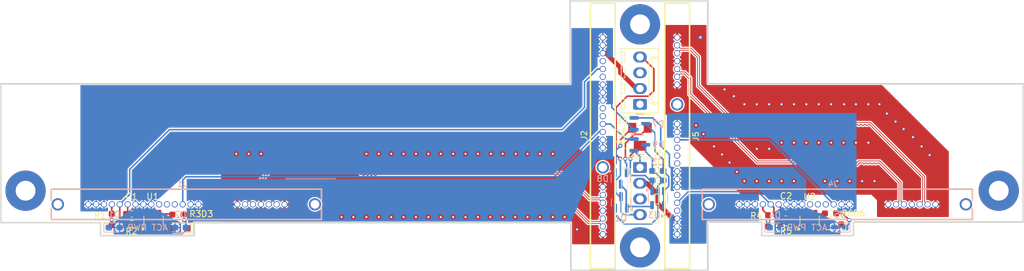
<source format=kicad_pcb>
(kicad_pcb (version 20241229) (generator "pcbnew") (generator_version "9.0")
  (layers (0 "F.Cu" signal "TopLayer") (4 "In1.Cu" jumper "SGND") (6 "In2.Cu" signal "PGND") (2 "B.Cu" signal "BottomLayer") (13 "F.Paste" user "TopPasteMaskLayer") (15 "B.Paste" user "BottomPasteMaskLayer") (5 "F.SilkS" user "TopSilkLayer") (7 "B.SilkS" user "BottomSilkLayer") (1 "F.Mask" user "TopSolderMaskLayer") (3 "B.Mask" user "BottomSolderMaskLayer") (25 "Edge.Cuts" user "BoardOutLine"))
  (net 0 "")
  (net 1 "/Left Drive/RESERVED")
  (net 2 "Net-(D5-K)")
  (net 3 "/Right Drive/RESERVED")
  (net 4 "/Left Drive/GNDS")
  (net 5 "/Left Drive/TX+")
  (net 7 "/Left Drive/+3.3V")
  (net 9 "/Left Drive/+12V")
  (net 10 "/Left Drive/RX+")
  (net 11 "/Left Drive/RX-")
  (net 13 "/Left Drive/+3.3V_PWRDIS")
  (net 14 "/Left Drive/TX-")
  (net 15 "/+5V")
  (net 17 "/Right Drive/+3.3V_PWRDIS")
  (net 18 "/Right Drive/+12V")
  (net 19 "/Right Drive/TX+")
  (net 20 "/Right Drive/GNDS")
  (net 21 "/Right Drive/TX-")
  (net 22 "/Right Drive/+3.3V")
  (net 23 "/Right Drive/RX+")
  (net 25 "Net-(D1-K)")
  (net 27 "/Right Drive/RX-")
  (net 28 "Net-(D2-K)")
  (net 29 "Net-(D4-K)")
  (net 30 "Net-(U1-Y)")
  (net 31 "Net-(U2-Y)")
  (net 36 "/GNDPWR")
  (net 37 "/Left Drive/GNDPWR")
  (net 38 "/Right Drive/GNDPWR")
  (net 39 "Net-(U3-T{slash}T)")
  (net 40 "Net-(D8-K-Pad2)")
  (net 41 "Net-(D8-K-Pad1)")
  (net 42 "Net-(D8-A)")
  (net 43 "/PWM")
  (net 44 "/Right Drive/+5V")
  (net 45 "/Left Drive/+5V")
  (footprint "1U Backplane:M3 Screw Mount Hole" (layer "F.Cu") (at 66 115.75)
    (property "Reference" "Pad_gge6706" (hide yes))
    (property "Value" "M3 Screw Mount Hole" (hide yes))
  )
  (footprint "Diode_SMD:D_SOD-323_HandSoldering" (layer "F.Cu") (at 90.949 121.8 180)
    (property "Reference" "D3")
    (property "Value" "2.0V")
  )
  (footprint "1U Backplane:CONN-TH_SATA7-15-TYPE-A" (layer "F.Cu") (at 159.154 106.9 90)
    (property "Reference" "J2")
    (property "Value" "SATA 7+15 Male" (hide yes))
  )
  (footprint "Resistor_SMD:R_0603_1608Metric_Pad0.98x0.95mm_HandSolder" (layer "F.Cu") (at 188.7365 120.9 180)
    (property "Reference" "R5")
    (property "Value" "16.9k")
  )
  (footprint "Connector_Molex:Molex_KK-254_AE-6410-04A_1x04_P2.54mm_Vertical" (layer "F.Cu") (at 165.154 112 -90)
    (property "Reference" "J6")
    (property "Value" "Molex 470533000")
  )
  (footprint "Connector_Molex:Molex_KK-254_AE-6410-04A_1x04_P2.54mm_Vertical" (layer "F.Cu") (at 165.154 101.8 90)
    (property "Reference" "J3")
    (property "Value" "Molex 470533000")
  )
  (footprint "1U Backplane:M3 Screw Mount Hole" (layer "F.Cu") (at 165.1598 124.9)
    (property "Reference" "Pad_gge8659" (hide yes))
    (property "Value" "M3 Screw Mount Hole" (hide yes))
  )
  (footprint "1U Backplane:M3 Screw Mount Hole" (layer "F.Cu") (at 165.1598 88.9001)
    (property "Reference" "Pad_gge8716" (hide yes))
    (property "Value" "M3 Screw Mount Hole" (hide yes))
  )
  (footprint "Diode_SMD:D_SOD-323_HandSoldering" (layer "F.Cu") (at 196.374 121.2 180)
    (property "Reference" "D6")
    (property "Value" "2.0V")
  )
  (footprint "Resistor_SMD:R_0603_1608Metric_Pad0.98x0.95mm_HandSolder" (layer "F.Cu") (at 79.899 120.3875 90)
    (property "Reference" "R1")
    (property "Value" "150")
  )
  (footprint "Capacitor_SMD:C_0603_1608Metric_Pad1.08x0.95mm_HandSolder" (layer "F.Cu") (at 188.6865 119.3 180)
    (property "Reference" "C2")
    (property "Value" "100n")
  )
  (footprint "1U Backplane:M3 Screw Mount Hole" (layer "F.Cu") (at 223.0497 115.75)
    (property "Reference" "Pad_gge8677" (hide yes))
    (property "Value" "M3 Screw Mount Hole" (hide yes))
  )
  (footprint "Resistor_SMD:R_0603_1608Metric_Pad0.98x0.95mm_HandSolder" (layer "F.Cu") (at 83.1115 121.1 180)
    (property "Reference" "R2")
    (property "Value" "16.9k")
  )
  (footprint "Resistor_SMD:R_0603_1608Metric_Pad0.98x0.95mm_HandSolder" (layer "F.Cu") (at 90.5865 119.6 180)
    (property "Reference" "R3")
    (property "Value" "150")
  )
  (footprint "1U Backplane:CONN-TH_SATA7-15-TYPE-A" (layer "F.Cu") (at 171.154 106.9 -90)
    (property "Reference" "J5")
    (property "Value" "SATA 7+15 Male" (hide yes))
  )
  (footprint "Package_TO_SOT_SMD:SOT-23-5" (layer "F.Cu") (at 86.649 120.6375 90)
    (property "Reference" "U1")
    (property "Value" "SN74LV1T34DBV")
  )
  (footprint "Resistor_SMD:R_0603_1608Metric_Pad0.98x0.95mm_HandSolder" (layer "F.Cu") (at 185.824 120.6125 90)
    (property "Reference" "R4")
    (property "Value" "150")
  )
  (footprint "Potentiometer_SMD:Potentiometer_Bourns_3214W_Vertical" (layer "F.Cu") (at 165.154 107.05)
    (property "Reference" "RV1")
    (property "Value" "1k")
  )
  (footprint "Resistor_SMD:R_0603_1608Metric_Pad0.98x0.95mm_HandSolder" (layer "F.Cu") (at 195.9115 119.4 180)
    (property "Reference" "R6")
    (property "Value" "150")
  )
  (footprint "Capacitor_SMD:C_0603_1608Metric_Pad1.08x0.95mm_HandSolder" (layer "F.Cu") (at 83.1365 119.5 180)
    (property "Reference" "C1")
    (property "Value" "100n")
  )
  (footprint "Package_TO_SOT_SMD:SOT-23-5" (layer "F.Cu") (at 192.524 120.6375 90)
    (property "Reference" "U2")
    (property "Value" "SN74LV1T34DBV")
  )
  (footprint "LED_SMD:LED_0603_1608Metric_Pad1.05x0.95mm_HandSolder" (layer "B.Cu") (at 80.299 121.7)
    (property "Reference" "D1")
    (property "Value" "2.8V")
  )
  (footprint "LED_SMD:LED_0603_1608Metric_Pad1.05x0.95mm_HandSolder" (layer "B.Cu") (at 90.999 121.7 180)
    (property "Reference" "D2")
    (property "Value" "2.8V")
  )
  (footprint "1U Backplane:CONN-TH_SATA7-15-TYPE-B" (layer "B.Cu") (at 91.949 117.95 180)
    (property "Reference" "J1")
    (property "Value" "SATA 7+15 Female" (hide yes))
  )
  (footprint "Capacitor_SMD:C_0603_1608Metric_Pad1.08x0.95mm_HandSolder" (layer "B.Cu") (at 168.049 114.1)
    (property "Reference" "C4")
    (property "Value" "56n")
  )
  (footprint "Capacitor_SMD:C_0603_1608Metric_Pad1.08x0.95mm_HandSolder" (layer "B.Cu") (at 168.024 112.5625 180)
    (property "Reference" "C3")
    (property "Value" "100n")
  )
  (footprint "Package_TO_SOT_SMD:SOT-23-5" (layer "B.Cu") (at 168.049 116.9375 -90)
    (property "Reference" "U3")
    (property "Value" "MIC1557YM5")
  )
  (footprint "Package_TO_SOT_SMD:SOT-23" (layer "B.Cu") (at 162.099 117.6375 90)
    (property "Reference" "Q1")
    (property "Value" "BSS138")
  )
  (footprint "LED_SMD:LED_0603_1608Metric_Pad1.05x0.95mm_HandSolder" (layer "B.Cu") (at 186.949 121.7)
    (property "Reference" "D4")
    (property "Value" "2.8V")
  )
  (footprint "1U Backplane:CONN-TH_SATA7-15-TYPE-B" (layer "B.Cu") (at 196.999 117.95 180)
    (property "Reference" "J4")
    (property "Value" "SATA 7+15 Female" (hide yes))
  )
  (footprint "Package_TO_SOT_SMD:SOT-23" (layer "B.Cu") (at 165.1365 104.95)
    (property "Reference" "D7")
    (property "Value" "SDM40E20LC")
  )
  (footprint "Package_TO_SOT_SMD:SOT-23" (layer "B.Cu") (at 162.049 113.7625 -90)
    (property "Reference" "D8")
    (property "Value" "SDM40E20LS")
  )
  (footprint "Package_TO_SOT_SMD:SOT-23" (layer "B.Cu") (at 165.1365 108.35)
    (property "Reference" "D9")
    (property "Value" "SDM40E20LA")
  )
  (footprint "LED_SMD:LED_0603_1608Metric_Pad1.05x0.95mm_HandSolder" (layer "B.Cu") (at 197.399 121.7 180)
    (property "Reference" "D5")
    (property "Value" "2.8V")
  )
  (gr_poly (pts (xy 61.999 120.9) (xy 61.999 98.5) (xy 153.899 98.5) (xy 153.899 85.1) (xy 176.099 85.1) (xy 176.099 98.5) (xy 226.999 98.5) (xy 226.999 120.8) (xy 199.599 120.8) (xy 199.599 123) (xy 184.799 123) (xy 184.799 120.8) (xy 176.099 120.8) (xy 176.099 128.6) (xy 153.999 128.6) (xy 153.999 120.9) (xy 93.199 120.9) (xy 93.199 123) (xy 78.099 123) (xy 78.099 120.9)) (stroke (width 0.254)) (fill no) (layer "Edge.Cuts"))
  (gr_text "ACT PWR" (at 192.124 121.7 0) (layer "B.SilkS") (effects (font (size 1 1)) (justify mirror)))
  (gr_text "ACT PWR" (at 85.699 121.7 0) (layer "B.SilkS") (effects (font (size 1 1)) (justify mirror)))
  (segment (start 197.624 121.2) (end 196.1315 122.6925) (width 0.2032) (layer "F.Cu") (net 1))
  (segment (start 186.7742 118.475) (end 186.2492 117.95) (width 0.254) (layer "F.Cu") (net 1))
  (segment (start 186.7742 119.8502) (end 186.7742 118.475) (width 0.254) (layer "F.Cu") (net 1))
  (segment (start 189.3165 122.6925) (end 187.574 120.95) (width 0.2032) (layer "F.Cu") (net 1))
  (segment (start 192.524 121.775) (end 192.524 122.6925) (width 0.2032) (layer "F.Cu") (net 1))
  (segment (start 191.918999 122.6925) (end 189.3165 122.6925) (width 0.2032) (layer "F.Cu") (net 1))
  (segment (start 187.824 120.9) (end 186.7742 119.8502) (width 0.254) (layer "F.Cu") (net 1))
  (segment (start 196.1315 122.6925) (end 191.918999 122.6925) (width 0.2032) (layer "F.Cu") (net 1))
  (segment (start 172.954 115.9) (end 171.154 117.7) (width 0.254) (layer "B.Cu") (net 1))
  (segment (start 184.1992 115.9) (end 172.954 115.9) (width 0.254) (layer "B.Cu") (net 1))
  (segment (start 186.2492 117.95) (end 184.1992 115.9) (width 0.254) (layer "B.Cu") (net 1))
  (segment (start 196.824 119.4) (end 197.824 119.4) (width 0.254) (layer "F.Cu") (net 2))
  (segment (start 197.824 119.4) (end 198.924 120.5) (width 0.254) (layer "F.Cu") (net 2))
  (via (at 198.924 120.5) (size 0.6858) (drill 0.3302) (layers "F.Cu" "B.Cu") (net 2))
  (segment (start 198.924 121.05) (end 198.274 121.7) (width 0.254) (layer "B.Cu") (net 2))
  (segment (start 198.924 120.5) (end 198.924 121.05) (width 0.254) (layer "B.Cu") (net 2))
  (segment (start 83.3915 122.6925) (end 86.599 122.6925) (width 0.2032) (layer "F.Cu") (net 3))
  (segment (start 91.3065 122.6925) (end 92.199 121.8) (width 0.2032) (layer "F.Cu") (net 3))
  (segment (start 81.1992 120.1002) (end 82.199 121.1) (width 0.254) (layer "F.Cu") (net 3))
  (segment (start 86.649 121.775) (end 86.649 122.6425) (width 0.2032) (layer "F.Cu") (net 3))
  (segment (start 82.199 121.5) (end 83.3915 122.6925) (width 0.2032) (layer "F.Cu") (net 3))
  (segment (start 82.199 121.1) (end 82.199 121.5) (width 0.254) (layer "F.Cu") (net 3))
  (segment (start 81.1992 117.95) (end 81.1992 120.1002) (width 0.254) (layer "F.Cu") (net 3))
  (segment (start 86.599 122.6925) (end 91.3065 122.6925) (width 0.2032) (layer "F.Cu") (net 3))
  (segment (start 159.154 96.1) (end 158.299 96.1) (width 0.254) (layer "B.Cu") (net 3))
  (segment (start 152.599 105.9) (end 89.219 105.9) (width 0.254) (layer "B.Cu") (net 3))
  (segment (start 82.799 116.3502) (end 81.1992 117.95) (width 0.254) (layer "B.Cu") (net 3))
  (segment (start 89.219 105.9) (end 82.799 112.32) (width 0.254) (layer "B.Cu") (net 3))
  (segment (start 82.799 112.32) (end 82.799 116.3502) (width 0.254) (layer "B.Cu") (net 3))
  (segment (start 156.199 98.2) (end 156.199 102.3) (width 0.254) (layer "B.Cu") (net 3))
  (segment (start 158.299 96.1) (end 156.199 98.2) (width 0.254) (layer "B.Cu") (net 3))
  (segment (start 156.199 102.3) (end 152.599 105.9) (width 0.254) (layer "B.Cu") (net 3))
  (via (at 209.199 107.1) (size 0.45) (drill 0.3) (layers "F.Cu" "B.Cu") (net 4))
  (via (at 174.199 105.2) (size 0.45) (drill 0.3) (layers "F.Cu" "B.Cu") (net 4))
  (via (at 202.999 114.2) (size 0.45) (drill 0.3) (layers "F.Cu" "B.Cu") (net 4))
  (via (at 199.999 101.8) (size 0.45) (drill 0.3) (layers "F.Cu" "B.Cu") (net 4))
  (via (at 185.999 109) (size 0.45) (drill 0.3) (layers "F.Cu" "B.Cu") (net 4))
  (via (at 177.099 108.6) (size 0.45) (drill 0.3) (layers "F.Cu" "B.Cu") (net 4))
  (via (at 211.899 110) (size 0.45) (drill 0.3) (layers "F.Cu" "B.Cu") (net 4))
  (via (at 197.999 108) (size 0.45) (drill 0.3) (layers "F.Cu" "B.Cu") (net 4))
  (via (at 183.999 114.2) (size 0.45) (drill 0.3) (layers "F.Cu" "B.Cu") (net 4))
  (via (at 200.999 114.2) (size 0.45) (drill 0.3) (layers "F.Cu" "B.Cu") (net 4))
  (via (at 199.999 108) (size 0.45) (drill 0.3) (layers "F.Cu" "B.Cu") (net 4))
  (via (at 183.999 101.8) (size 0.45) (drill 0.3) (layers "F.Cu" "B.Cu") (net 4))
  (via (at 179.599 111.2) (size 0.45) (drill 0.3) (layers "F.Cu" "B.Cu") (net 4))
  (via (at 206.399 104.6) (size 0.45) (drill 0.3) (layers "F.Cu" "B.Cu") (net 4))
  (via (at 180.299 100.5) (size 0.45) (drill 0.3) (layers "F.Cu" "B.Cu") (net 4))
  (via (at 181.999 101.8) (size 0.45) (drill 0.3) (layers "F.Cu" "B.Cu") (net 4))
  (via (at 185.999 114.2) (size 0.45) (drill 0.3) (layers "F.Cu" "B.Cu") (net 4))
  (via (at 189.999 101.8) (size 0.45) (drill 0.3) (layers "F.Cu" "B.Cu") (net 4))
  (via (at 187.999 114.2) (size 0.45) (drill 0.3) (layers "F.Cu" "B.Cu") (net 4))
  (via (at 178.799 99.4) (size 0.45) (drill 0.3) (layers "F.Cu" "B.Cu") (net 4))
  (via (at 178.399 109.9) (size 0.45) (drill 0.3) (layers "F.Cu" "B.Cu") (net 4))
  (via (at 195.999 108) (size 0.45) (drill 0.3) (layers "F.Cu" "B.Cu") (net 4))
  (via (at 204.999 103.3) (size 0.45) (drill 0.3) (layers "F.Cu" "B.Cu") (net 4))
  (via (at 196.999 114.2) (size 0.45) (drill 0.3) (layers "F.Cu" "B.Cu") (net 4))
  (via (at 194.999 114.2) (size 0.45) (drill 0.3) (layers "F.Cu" "B.Cu") (net 4))
  (via (at 198.099 101.8) (size 0.45) (drill 0.3) (layers "F.Cu" "B.Cu") (net 4))
  (via (at 180.799 112.7) (size 0.45) (drill 0.3) (layers "F.Cu" "B.Cu") (net 4))
  (via (at 189.999 114.2) (size 0.45) (drill 0.3) (layers "F.Cu" "B.Cu") (net 4))
  (via (at 193.999 101.8) (size 0.45) (drill 0.3) (layers "F.Cu" "B.Cu") (net 4))
  (via (at 185.999 101.8) (size 0.45) (drill 0.3) (layers "F.Cu" "B.Cu") (net 4))
  (via (at 187.999 101.8) (size 0.45) (drill 0.3) (layers "F.Cu" "B.Cu") (net 4))
  (via (at 181.999 114.2) (size 0.45) (drill 0.3) (layers "F.Cu" "B.Cu") (net 4))
  (via (at 198.999 114.2) (size 0.45) (drill 0.3) (layers "F.Cu" "B.Cu") (net 4))
  (via (at 187.999 108) (size 0.45) (drill 0.3) (layers "F.Cu" "B.Cu") (net 4))
  (via (at 174.899 91) (size 0.6858) (drill 0.3302) (layers "F.Cu" "B.Cu") (net 4))
  (via (at 195.999 101.8) (size 0.45) (drill 0.3) (layers "F.Cu" "B.Cu") (net 4))
  (via (at 201.999 108) (size 0.45) (drill 0.3) (layers "F.Cu" "B.Cu") (net 4))
  (via (at 193.999 108) (size 0.45) (drill 0.3) (layers "F.Cu" "B.Cu") (net 4))
  (via (at 191.999 101.8) (size 0.45) (drill 0.3) (layers "F.Cu" "B.Cu") (net 4))
  (via (at 189.999 108) (size 0.45) (drill 0.3) (layers "F.Cu" "B.Cu") (net 4))
  (via (at 203.799 101.8) (size 0.45) (drill 0.3) (layers "F.Cu" "B.Cu") (net 4))
  (via (at 201.999 101.8) (size 0.45) (drill 0.3) (layers "F.Cu" "B.Cu") (net 4))
  (via (at 210.599 108.6) (size 0.45) (drill 0.3) (layers "F.Cu" "B.Cu") (net 4))
  (via (at 191.999 108) (size 0.45) (drill 0.3) (layers "F.Cu" "B.Cu") (net 4))
  (via (at 183.999 109) (size 0.45) (drill 0.3) (layers "F.Cu" "B.Cu") (net 4))
  (via (at 207.699 105.8) (size 0.45) (drill 0.3) (layers "F.Cu" "B.Cu") (net 4))
  (via (at 175.399 106.6) (size 0.45) (drill 0.3) (layers "F.Cu" "B.Cu") (net 4))
  (segment (start 174.75945 94.133538) (end 174.75945 98.733538) (width 0.1209) (layer "F.Cu") (net 5))
  (segment (start 174.75945 98.733538) (end 180.765462 104.73955) (width 0.1209) (layer "F.Cu") (net 5))
  (segment (start 173.390462 92.76455) (end 174.75945 94.133538) (width 0.1209) (layer "F.Cu") (net 5))
  (segment (start 180.765462 104.73955) (end 202.365462 104.73955) (width 0.1209) (layer "F.Cu") (net 5))
  (segment (start 211.08445 117.47545) (end 211.559 117.95) (width 0.1209) (layer "F.Cu") (net 5))
  (segment (start 211.08445 113.458538) (end 211.08445 117.47545) (width 0.1209) (layer "F.Cu") (net 5))
  (segment (start 171.62855 92.76455) (end 173.390462 92.76455) (width 0.1209) (layer "F.Cu") (net 5))
  (segment (start 202.365462 104.73955) (end 211.08445 113.458538) (width 0.1209) (layer "F.Cu") (net 5))
  (segment (start 171.154 92.29) (end 171.62855 92.76455) (width 0.1209) (layer "F.Cu") (net 5))
  (segment (start 170.446894 120.24) (end 171.154 120.24) (width 0.762) (layer "F.Cu") (net 9))
  (segment (start 166.239 114.54) (end 167.899 116.2) (width 0.762) (layer "F.Cu") (net 9))
  (segment (start 165.154 114.54) (end 166.239 114.54) (width 0.762) (layer "F.Cu") (net 9))
  (segment (start 167.899 117.692106) (end 170.446894 120.24) (width 0.762) (layer "F.Cu") (net 9))
  (segment (start 167.899 116.2) (end 167.899 117.692106) (width 0.762) (layer "F.Cu") (net 9))
  (segment (start 206.95355 117.47545) (end 206.95355 114.481462) (width 0.1209) (layer "F.Cu") (net 10))
  (segment (start 198.945785 111.6714) (end 198.447264 111.6714) (width 0.1209) (layer "F.Cu") (net 10))
  (segment (start 201.743334 111.26045) (end 201.583128 111.26045) (width 0.1209) (layer "F.Cu") (net 10))
  (segment (start 193.071775 111.304975) (end 193.02725 111.26045) (width 0.1209) (layer "F.Cu") (net 10))
  (segment (start 199.178875 110.894025) (end 199.178875 111.438311) (width 0.1209) (layer "F.Cu") (net 10))
  (segment (start 194.357375 110.894025) (end 194.31285 110.8495) (width 0.1209) (layer "F.Cu") (net 10))
  (segment (start 194.357375 111.438311) (end 194.357375 110.894025) (width 0.1209) (layer "F.Cu") (net 10))
  (segment (start 200.464475 111.304975) (end 200.464475 111.438311) (width 0.1209) (layer "F.Cu") (net 10))
  (segment (start 199.732864 111.6714) (end 199.499775 111.438311) (width 0.1209) (layer "F.Cu") (net 10))
  (segment (start 193.803385 111.6714) (end 193.304864 111.6714) (width 0.1209) (layer "F.Cu") (net 10))
  (segment (start 197.161664 111.6714) (end 196.928575 111.438311) (width 0.1209) (layer "F.Cu") (net 10))
  (segment (start 199.2234 110.8495) (end 199.178875 110.894025) (width 0.1209) (layer "F.Cu") (net 10))
  (segment (start 195.322075 110.894025) (end 195.322075 111.438311) (width 0.1209) (layer "F.Cu") (net 10))
  (segment (start 197.893275 111.438311) (end 197.660185 111.6714) (width 0.1209) (layer "F.Cu") (net 10))
  (segment (start 194.590464 111.6714) (end 194.357375 111.438311) (width 0.1209) (layer "F.Cu") (net 10))
  (segment (start 202.706034 111.421144) (end 202.545828 111.421144) (width 0.1209) (layer "F.Cu") (net 10))
  (segment (start 203.026934 111.26045) (end 202.866728 111.26045) (width 0.1209) (layer "F.Cu") (net 10))
  (segment (start 201.422434 111.421144) (end 201.262228 111.421144) (width 0.1209) (layer "F.Cu") (net 10))
  (segment (start 198.16965 110.8495) (end 197.9378 110.8495) (width 0.1209) (layer "F.Cu") (net 10))
  (segment (start 197.660185 111.6714) (end 197.161664 111.6714) (width 0.1209) (layer "F.Cu") (net 10))
  (segment (start 199.499775 110.894025) (end 199.45525 110.8495) (width 0.1209) (layer "F.Cu") (net 10))
  (segment (start 198.214175 111.438311) (end 198.214175 110.894025) (width 0.1209) (layer "F.Cu") (net 10))
  (segment (start 202.064234 111.421144) (end 201.904028 111.421144) (width 0.1209) (layer "F.Cu") (net 10))
  (segment (start 203.732538 111.26045) (end 203.508528 111.26045) (width 0.1209) (layer "F.Cu") (net 10))
  (segment (start 196.374585 111.6714) (end 195.876064 111.6714) (width 0.1209) (layer "F.Cu") (net 10))
  (segment (start 195.3666 110.8495) (end 195.322075 110.894025) (width 0.1209) (layer "F.Cu") (net 10))
  (segment (start 206.95355 114.481462) (end 203.732538 111.26045) (width 0.1209) (layer "F.Cu") (net 10))
  (segment (start 193.071775 111.438311) (end 193.071775 111.304975) (width 0.1209) (layer "F.Cu") (net 10))
  (segment (start 202.385134 111.26045) (end 202.224928 111.26045) (width 0.1209) (layer "F.Cu") (net 10))
  (segment (start 194.31285 110.8495) (end 194.081 110.8495) (width 0.1209) (layer "F.Cu") (net 10))
  (segment (start 199.178875 111.438311) (end 198.945785 111.6714) (width 0.1209) (layer "F.Cu") (net 10))
  (segment (start 200.464475 111.438311) (end 200.231385 111.6714) (width 0.1209) (layer "F.Cu") (net 10))
  (segment (start 200.732743 111.26045) (end 200.509 111.26045) (width 0.1209) (layer "F.Cu") (net 10))
  (segment (start 194.081 110.8495) (end 194.036475 110.894025) (width 0.1209) (layer "F.Cu") (net 10))
  (segment (start 197.893275 110.894025) (end 197.893275 111.438311) (width 0.1209) (layer "F.Cu") (net 10))
  (segment (start 201.101534 111.26045) (end 200.732743 111.26045) (width 0.1209) (layer "F.Cu") (net 10))
  (segment (start 192.189 111.26045) (end 184.032538 111.26045) (width 0.1209) (layer "F.Cu") (net 10))
  (segment (start 194.036475 110.894025) (end 194.036475 111.438311) (width 0.1209) (layer "F.Cu") (net 10))
  (segment (start 193.02725 111.26045) (end 192.189 111.26045) (width 0.1209) (layer "F.Cu") (net 10))
  (segment (start 200.231385 111.6714) (end 199.732864 111.6714) (width 0.1209) (layer "F.Cu") (net 10))
  (segment (start 195.088985 111.6714) (end 194.590464 111.6714) (width 0.1209) (layer "F.Cu") (net 10))
  (segment (start 201.583128 111.26045) (end 201.422434 111.421144) (width 0.1209) (layer "F.Cu") (net 10))
  (segment (start 202.224928 111.26045) (end 202.064234 111.421144) (width 0.1209) (layer "F.Cu") (net 10))
  (segment (start 195.59845 110.8495) (end 195.3666 110.8495) (width 0.1209) (layer "F.Cu") (net 10))
  (segment (start 195.642975 110.894025) (end 195.59845 110.8495) (width 0.1209) (layer "F.Cu") (net 10))
  (segment (start 198.214175 110.894025) (end 198.16965 110.8495) (width 0.1209) (layer "F.Cu") (net 10))
  (segment (start 201.262228 111.421144) (end 201.101534 111.26045) (width 0.1209) (layer "F.Cu") (net 10))
  (segment (start 196.928575 111.438311) (end 196.928575 110.894025) (width 0.1209) (layer "F.Cu") (net 10))
  (segment (start 199.499775 111.438311) (end 199.499775 110.894025) (width 0.1209) (layer "F.Cu") (net 10))
  (segment (start 203.508528 111.26045) (end 203.347834 111.421144) (width 0.1209) (layer "F.Cu") (net 10))
  (segment (start 195.642975 111.438311) (end 195.642975 110.894025) (width 0.1209) (layer "F.Cu") (net 10))
  (segment (start 202.545828 111.421144) (end 202.385134 111.26045) (width 0.1209) (layer "F.Cu") (net 10))
  (segment (start 196.928575 110.894025) (end 196.88405 110.8495) (width 0.1209) (layer "F.Cu") (net 10))
  (segment (start 171.62855 96.89545) (end 171.154 97.37) (width 0.1209) (layer "F.Cu") (net 10))
  (segment (start 198.447264 111.6714) (end 198.214175 111.438311) (width 0.1209) (layer "F.Cu") (net 10))
  (segment (start 196.88405 110.8495) (end 196.6522 110.8495) (width 0.1209) (layer "F.Cu") (net 10))
  (segment (start 203.187628 111.421144) (end 203.026934 111.26045) (width 0.1209) (layer "F.Cu") (net 10))
  (segment (start 195.876064 111.6714) (end 195.642975 111.438311) (width 0.1209) (layer "F.Cu") (net 10))
  (segment (start 203.347834 111.421144) (end 203.187628 111.421144) (width 0.1209) (layer "F.Cu") (net 10))
  (segment (start 199.45525 110.8495) (end 199.2234 110.8495) (width 0.1209) (layer "F.Cu") (net 10))
  (segment (start 173.03855 97.63955) (end 172.29445 96.89545) (width 0.1209) (layer "F.Cu") (net 10))
  (segment (start 197.9378 110.8495) (end 197.893275 110.894025) (width 0.1209) (layer "F.Cu") (net 10))
  (segment (start 200.509 111.26045) (end 200.464475 111.304975) (width 0.1209) (layer "F.Cu") (net 10))
  (segment (start 195.322075 111.438311) (end 195.088985 111.6714) (width 0.1209) (layer "F.Cu") (net 10))
  (segment (start 172.29445 96.89545) (end 171.62855 96.89545) (width 0.1209) (layer "F.Cu") (net 10))
  (segment (start 201.904028 111.421144) (end 201.743334 111.26045) (width 0.1209) (layer "F.Cu") (net 10))
  (segment (start 196.607675 110.894025) (end 196.607675 111.438311) (width 0.1209) (layer "F.Cu") (net 10))
  (segment (start 184.032538 111.26045) (end 173.03855 100.266462) (width 0.1209) (layer "F.Cu") (net 10))
  (segment (start 194.036475 111.438311) (end 193.803385 111.6714) (width 0.1209) (layer "F.Cu") (net 10))
  (segment (start 196.607675 111.438311) (end 196.374585 111.6714) (width 0.1209) (layer "F.Cu") (net 10))
  (segment (start 173.03855 100.266462) (end 173.03855 97.63955) (width 0.1209) (layer "F.Cu") (net 10))
  (segment (start 206.479 117.95) (end 206.95355 117.47545) (width 0.1209) (layer "F.Cu") (net 10))
  (segment (start 196.6522 110.8495) (end 196.607675 110.894025) (width 0.1209) (layer "F.Cu") (net 10))
  (segment (start 193.304864 111.6714) (end 193.071775 111.438311) (width 0.1209) (layer "F.Cu") (net 10))
  (segment (start 202.866728 111.26045) (end 202.706034 111.421144) (width 0.1209) (layer "F.Cu") (net 10))
  (segment (start 193.393675 111.304975) (end 193.393675 111.17164) (width 0.1209) (layer "F.Cu") (net 11))
  (segment (start 207.27545 114.348126) (end 204.054438 111.127115) (width 0.1209) (layer "F.Cu") (net 11))
  (segment (start 200.09805 111.3495) (end 199.8662 111.3495) (width 0.1209) (layer "F.Cu") (net 11))
  (segment (start 193.947664 110.5276) (end 193.714575 110.760689) (width 0.1209) (layer "F.Cu") (net 11))
  (segment (start 198.81245 111.3495) (end 198.5806 111.3495) (width 0.1209) (layer "F.Cu") (net 11))
  (segment (start 197.571375 111.304975) (end 197.52685 111.3495) (width 0.1209) (layer "F.Cu") (net 11))
  (segment (start 196.518864 110.5276) (end 196.285775 110.760689) (width 0.1209) (layer "F.Cu") (net 11))
  (segment (start 197.250475 110.760689) (end 197.017385 110.5276) (width 0.1209) (layer "F.Cu") (net 11))
  (segment (start 195.964875 110.760689) (end 195.731785 110.5276) (width 0.1209) (layer "F.Cu") (net 11))
  (segment (start 199.821675 111.304975) (end 199.821675 110.760689) (width 0.1209) (layer "F.Cu") (net 11))
  (segment (start 195.731785 110.5276) (end 195.233264 110.5276) (width 0.1209) (layer "F.Cu") (net 11))
  (segment (start 207.749 117.95) (end 207.27545 117.47645) (width 0.1209) (layer "F.Cu") (net 11))
  (segment (start 192.189 110.93855) (end 184.165874 110.93855) (width 0.1209) (layer "F.Cu") (net 11))
  (segment (start 196.285775 111.304975) (end 196.24125 111.3495) (width 0.1209) (layer "F.Cu") (net 11))
  (segment (start 198.302985 110.5276) (end 197.804464 110.5276) (width 0.1209) (layer "F.Cu") (net 11))
  (segment (start 196.0094 111.3495) (end 195.964875 111.304975) (width 0.1209) (layer "F.Cu") (net 11))
  (segment (start 194.7238 111.3495) (end 194.679275 111.304975) (width 0.1209) (layer "F.Cu") (net 11))
  (segment (start 198.536075 110.760689) (end 198.302985 110.5276) (width 0.1209) (layer "F.Cu") (net 11))
  (segment (start 197.52685 111.3495) (end 197.295 111.3495) (width 0.1209) (layer "F.Cu") (net 11))
  (segment (start 197.295 111.3495) (end 197.250475 111.304975) (width 0.1209) (layer "F.Cu") (net 11))
  (segment (start 194.679275 111.304975) (end 194.679275 110.760689) (width 0.1209) (layer "F.Cu") (net 11))
  (segment (start 173.36045 100.133126) (end 173.36045 97.506214) (width 0.1209) (layer "F.Cu") (net 11))
  (segment (start 196.24125 111.3495) (end 196.0094 111.3495) (width 0.1209) (layer "F.Cu") (net 11))
  (segment (start 197.804464 110.5276) (end 197.571375 110.760689) (width 0.1209) (layer "F.Cu") (net 11))
  (segment (start 199.588585 110.5276) (end 199.090064 110.5276) (width 0.1209) (layer "F.Cu") (net 11))
  (segment (start 207.27545 117.47645) (end 207.27545 114.348126) (width 0.1209) (layer "F.Cu") (net 11))
  (segment (start 200.375664 110.93855) (end 200.142575 111.17164) (width 0.1209) (layer "F.Cu") (net 11))
  (segment (start 197.250475 111.304975) (end 197.250475 110.760689) (width 0.1209) (layer "F.Cu") (net 11))
  (segment (start 193.714575 110.760689) (end 193.714575 111.304975) (width 0.1209) (layer "F.Cu") (net 11))
  (segment (start 197.571375 110.760689) (end 197.571375 111.304975) (width 0.1209) (layer "F.Cu") (net 11))
  (segment (start 194.679275 110.760689) (end 194.446185 110.5276) (width 0.1209) (layer "F.Cu") (net 11))
  (segment (start 173.36045 97.506214) (end 172.61635 96.762115) (width 0.1209) (layer "F.Cu") (net 11))
  (segment (start 193.714575 111.304975) (end 193.67005 111.3495) (width 0.1209) (layer "F.Cu") (net 11))
  (segment (start 204.054438 111.127115) (end 203.865874 110.93855) (width 0.1209) (layer "F.Cu") (net 11))
  (segment (start 200.142575 111.304975) (end 200.09805 111.3495) (width 0.1209) (layer "F.Cu") (net 11))
  (segment (start 196.285775 110.760689) (end 196.285775 111.304975) (width 0.1209) (layer "F.Cu") (net 11))
  (segment (start 172.61635 96.762115) (end 172.427786 96.57355) (width 0.1209) (layer "F.Cu") (net 11))
  (segment (start 198.536075 111.304975) (end 198.536075 110.760689) (width 0.1209) (layer "F.Cu") (net 11))
  (segment (start 193.160585 110.93855) (end 192.189 110.93855) (width 0.1209) (layer "F.Cu") (net 11))
  (segment (start 195.000175 111.304975) (end 194.95565 111.3495) (width 0.1209) (layer "F.Cu") (net 11))
  (segment (start 194.95565 111.3495) (end 194.7238 111.3495) (width 0.1209) (layer "F.Cu") (net 11))
  (segment (start 193.393675 111.17164) (end 193.160585 110.93855) (width 0.1209) (layer "F.Cu") (net 11))
  (segment (start 193.4382 111.3495) (end 193.393675 111.304975) (width 0.1209) (layer "F.Cu") (net 11))
  (segment (start 198.856975 110.760689) (end 198.856975 111.304975) (width 0.1209) (layer "F.Cu") (net 11))
  (segment (start 200.142575 111.17164) (end 200.142575 111.304975) (width 0.1209) (layer "F.Cu") (net 11))
  (segment (start 198.856975 111.304975) (end 198.81245 111.3495) (width 0.1209) (layer "F.Cu") (net 11))
  (segment (start 199.090064 110.5276) (end 198.856975 110.760689) (width 0.1209) (layer "F.Cu") (net 11))
  (segment (start 195.000175 110.760689) (end 195.000175 111.304975) (width 0.1209) (layer "F.Cu") (net 11))
  (segment (start 184.165874 110.93855) (end 173.36045 100.133126) (width 0.1209) (layer "F.Cu") (net 11))
  (segment (start 172.427786 96.57355) (end 171.62755 96.57355) (width 0.1209) (layer "F.Cu") (net 11))
  (segment (start 200.509 110.93855) (end 200.375664 110.93855) (width 0.1209) (layer "F.Cu") (net 11))
  (segment (start 194.446185 110.5276) (end 193.947664 110.5276) (width 0.1209) (layer "F.Cu") (net 11))
  (segment (start 195.233264 110.5276) (end 195.000175 110.760689) (width 0.1209) (layer "F.Cu") (net 11))
  (segment (start 171.62755 96.57355) (end 171.154 96.1) (width 0.1209) (layer "F.Cu") (net 11))
  (segment (start 199.821675 110.760689) (end 199.588585 110.5276) (width 0.1209) (layer "F.Cu") (net 11))
  (segment (start 193.67005 111.3495) (end 193.4382 111.3495) (width 0.1209) (layer "F.Cu") (net 11))
  (segment (start 203.865874 110.93855) (end 200.509 110.93855) (width 0.1209) (layer "F.Cu") (net 11))
  (segment (start 198.5806 111.3495) (end 198.536075 111.304975) (width 0.1209) (layer "F.Cu") (net 11))
  (segment (start 199.8662 111.3495) (end 199.821675 111.304975) (width 0.1209) (layer "F.Cu") (net 11))
  (segment (start 195.964875 111.304975) (end 195.964875 110.760689) (width 0.1209) (layer "F.Cu") (net 11))
  (segment (start 197.017385 110.5276) (end 196.518864 110.5276) (width 0.1209) (layer "F.Cu") (net 11))
  (segment (start 185.9992 107.54) (end 171.154 107.54) (width 0.254) (layer "B.Cu") (net 13))
  (segment (start 196.4092 117.95) (end 185.9992 107.54) (width 0.254) (layer "B.Cu") (net 13))
  (segment (start 200.23404 105.06045) (end 200.0736 105.06045) (width 0.1209) (layer "F.Cu") (net 14))
  (segment (start 210.289 117.95) (end 210.76355 117.47545) (width 0.1209) (layer "F.Cu") (net 14))
  (segment (start 199.59227 105.06045) (end 198.778 105.06045) (width 0.1209) (layer "F.Cu") (net 14))
  (segment (start 200.87584 105.06045) (end 200.7154 105.06045) (width 0.1209) (layer "F.Cu") (net 14))
  (segment (start 210.76355 117.47545) (end 210.76355 113.591462) (width 0.1209) (layer "F.Cu") (net 14))
  (segment (start 201.6781 105.22091) (end 201.51764 105.06045) (width 0.1209) (layer "F.Cu") (net 14))
  (segment (start 198.778 105.06045) (end 180.632538 105.06045) (width 0.1209) (layer "F.Cu") (net 14))
  (segment (start 201.3572 105.06045) (end 201.19674 105.22091) (width 0.1209) (layer "F.Cu") (net 14))
  (segment (start 201.19674 105.22091) (end 201.0363 105.22091) (width 0.1209) (layer "F.Cu") (net 14))
  (segment (start 180.632538 105.06045) (end 174.43855 98.866462) (width 0.1209) (layer "F.Cu") (net 14))
  (segment (start 200.0736 105.06045) (end 199.91317 105.22088) (width 0.1209) (layer "F.Cu") (net 14))
  (segment (start 201.83854 105.22091) (end 201.6781 105.22091) (width 0.1209) (layer "F.Cu") (net 14))
  (segment (start 174.43855 98.866462) (end 174.43855 94.266462) (width 0.1209) (layer "F.Cu") (net 14))
  (segment (start 200.3945 105.22091) (end 200.23404 105.06045) (width 0.1209) (layer "F.Cu") (net 14))
  (segment (start 173.257538 93.08545) (end 171.62855 93.08545) (width 0.1209) (layer "F.Cu") (net 14))
  (segment (start 171.62855 93.08545) (end 171.154 93.56) (width 0.1209) (layer "F.Cu") (net 14))
  (segment (start 174.43855 94.266462) (end 173.257538 93.08545) (width 0.1209) (layer "F.Cu") (net 14))
  (segment (start 199.7527 105.22088) (end 199.59227 105.06045) (width 0.1209) (layer "F.Cu") (net 14))
  (segment (start 199.91317 105.22088) (end 199.7527 105.22088) (width 0.1209) (layer "F.Cu") (net 14))
  (segment (start 210.76355 113.591462) (end 202.232538 105.06045) (width 0.1209) (layer "F.Cu") (net 14))
  (segment (start 201.999 105.06045) (end 201.83854 105.22091) (width 0.1209) (layer "F.Cu") (net 14))
  (segment (start 200.55494 105.22091) (end 200.3945 105.22091) (width 0.1209) (layer "F.Cu") (net 14))
  (segment (start 201.51764 105.06045) (end 201.3572 105.06045) (width 0.1209) (layer "F.Cu") (net 14))
  (segment (start 202.232538 105.06045) (end 201.999 105.06045) (width 0.1209) (layer "F.Cu") (net 14))
  (segment (start 201.0363 105.22091) (end 200.87584 105.06045) (width 0.1209) (layer "F.Cu") (net 14))
  (segment (start 200.7154 105.06045) (end 200.55494 105.22091) (width 0.1209) (layer "F.Cu") (net 14))
  (segment (start 169.799 113.475) (end 169.799 115) (width 0.254) (layer "B.Cu") (net 15))
  (segment (start 166.074 104.95) (end 167.599 106.475) (width 0.254) (layer "B.Cu") (net 15))
  (segment (start 167.599 106.475) (end 167.599 109.4) (width 0.254) (layer "B.Cu") (net 15))
  (segment (start 168.8865 110.6875) (end 168.8865 112.5625) (width 0.254) (layer "B.Cu") (net 15))
  (segment (start 169.799 115) (end 168.999 115.8) (width 0.254) (layer "B.Cu") (net 15))
  (segment (start 167.599 109.4) (end 168.8865 110.6875) (width 0.254) (layer "B.Cu") (net 15))
  (segment (start 168.999 115.8) (end 168.999 118.075) (width 0.254) (layer "B.Cu") (net 15))
  (segment (start 168.8865 112.5625) (end 169.799 113.475) (width 0.254) (layer "B.Cu") (net 15))
  (segment (start 158.539 106.26) (end 159.154 106.26) (width 0.254) (layer "B.Cu") (net 17))
  (segment (start 91.3592 117.95) (end 91.3592 114.0398) (width 0.254) (layer "B.Cu") (net 17))
  (segment (start 151.299 113.5) (end 158.539 106.26) (width 0.254) (layer "B.Cu") (net 17))
  (segment (start 91.899 113.5) (end 151.299 113.5) (width 0.254) (layer "B.Cu") (net 17))
  (segment (start 91.3592 114.0398) (end 91.899 113.5) (width 0.254) (layer "B.Cu") (net 17))
  (segment (start 159.659 93.56) (end 159.154 93.56) (width 0.762) (layer "F.Cu") (net 18))
  (segment (start 161.999 95.9) (end 159.659 93.56) (width 0.762) (layer "F.Cu") (net 18))
  (segment (start 165.154 99.26) (end 164.559 99.26) (width 0.762) (layer "F.Cu") (net 18))
  (segment (start 161.999 96.7) (end 161.999 95.9) (width 0.762) (layer "F.Cu") (net 18))
  (segment (start 164.559 99.26) (end 161.999 96.7) (width 0.762) (layer "F.Cu") (net 18))
  (segment (start 122.705135 117.5314) (end 122.958225 117.27831) (width 0.1209) (layer "F.Cu") (net 19))
  (segment (start 121.929 117.08045) (end 121.993525 117.144975) (width 0.1209) (layer "F.Cu") (net 19))
  (segment (start 120.351154 117.241154) (end 120.511858 117.08045) (width 0.1209) (layer "F.Cu") (net 19))
  (segment (start 106.509 117.95) (end 106.03445 117.47545) (width 0.1209) (layer "F.Cu") (net 19))
  (segment (start 126.815025 117.27831) (end 126.815025 117.144975) (width 0.1209) (layer "F.Cu") (net 19))
  (segment (start 122.958225 117.27831) (end 122.958225 116.694025) (width 0.1209) (layer "F.Cu") (net 19))
  (segment (start 122.958225 116.694025) (end 123.02275 116.6295) (width 0.1209) (layer "F.Cu") (net 19))
  (segment (start 126.87955 117.08045) (end 127.799 117.08045) (width 0.1209) (layer "F.Cu") (net 19))
  (segment (start 125.850325 116.694025) (end 125.850325 117.27831) (width 0.1209) (layer "F.Cu") (net 19))
  (segment (start 123.279125 116.694025) (end 123.279125 117.27831) (width 0.1209) (layer "F.Cu") (net 19))
  (segment (start 125.850325 117.27831) (end 126.103414 117.5314) (width 0.1209) (layer "F.Cu") (net 19))
  (segment (start 119.549158 117.241154) (end 119.709354 117.241154) (width 0.1209) (layer "F.Cu") (net 19))
  (segment (start 123.2146 116.6295) (end 123.279125 116.694025) (width 0.1209) (layer "F.Cu") (net 19))
  (segment (start 123.990735 117.5314) (end 124.243825 117.27831) (width 0.1209) (layer "F.Cu") (net 19))
  (segment (start 119.228258 117.08045) (end 119.388454 117.08045) (width 0.1209) (layer "F.Cu") (net 19))
  (segment (start 120.992954 117.241154) (end 121.153658 117.08045) (width 0.1209) (layer "F.Cu") (net 19))
  (segment (start 120.190958 117.241154) (end 120.351154 117.241154) (width 0.1209) (layer "F.Cu") (net 19))
  (segment (start 122.246614 117.5314) (end 122.705135 117.5314) (width 0.1209) (layer "F.Cu") (net 19))
  (segment (start 119.388454 117.08045) (end 119.549158 117.241154) (width 0.1209) (layer "F.Cu") (net 19))
  (segment (start 119.709354 117.241154) (end 119.870058 117.08045) (width 0.1209) (layer "F.Cu") (net 19))
  (segment (start 120.511858 117.08045) (end 120.672054 117.08045) (width 0.1209) (layer "F.Cu") (net 19))
  (segment (start 121.993525 117.144975) (end 121.993525 117.27831) (width 0.1209) (layer "F.Cu") (net 19))
  (segment (start 126.561935 117.5314) (end 126.815025 117.27831) (width 0.1209) (layer "F.Cu") (net 19))
  (segment (start 125.276335 117.5314) (end 125.529425 117.27831) (width 0.1209) (layer "F.Cu") (net 19))
  (segment (start 123.02275 116.6295) (end 123.2146 116.6295) (width 0.1209) (layer "F.Cu") (net 19))
  (segment (start 126.103414 117.5314) (end 126.561935 117.5314) (width 0.1209) (layer "F.Cu") (net 19))
  (segment (start 119.870058 117.08045) (end 120.030254 117.08045) (width 0.1209) (layer "F.Cu") (net 19))
  (segment (start 125.7858 116.6295) (end 125.850325 116.694025) (width 0.1209) (layer "F.Cu") (net 19))
  (segment (start 124.243825 116.694025) (end 124.30835 116.6295) (width 0.1209) (layer "F.Cu") (net 19))
  (segment (start 156.76445 121.03545) (end 158.67945 121.03545) (width 0.1209) (layer "F.Cu") (net 19))
  (segment (start 124.30835 116.6295) (end 124.5002 116.6295) (width 0.1209) (layer "F.Cu") (net 19))
  (segment (start 106.03445 117.47545) (end 106.03445 116.531462) (width 0.1209) (layer "F.Cu") (net 19))
  (segment (start 121.153658 117.08045) (end 121.56445 117.08045) (width 0.1209) (layer "F.Cu") (net 19))
  (segment (start 120.832758 117.241154) (end 120.992954 117.241154) (width 0.1209) (layer "F.Cu") (net 19))
  (segment (start 108.215462 114.35045) (end 115.762538 114.35045) (width 0.1209) (layer "F.Cu") (net 19))
  (segment (start 125.529425 117.27831) (end 125.529425 116.694025) (width 0.1209) (layer "F.Cu") (net 19))
  (segment (start 125.529425 116.694025) (end 125.59395 116.6295) (width 0.1209) (layer "F.Cu") (net 19))
  (segment (start 124.564725 117.27831) (end 124.817814 117.5314) (width 0.1209) (layer "F.Cu") (net 19))
  (segment (start 124.564725 116.694025) (end 124.564725 117.27831) (width 0.1209) (layer "F.Cu") (net 19))
  (segment (start 118.907358 117.241154) (end 119.067554 117.241154) (width 0.1209) (layer "F.Cu") (net 19))
  (segment (start 106.03445 116.531462) (end 108.215462 114.35045) (width 0.1209) (layer "F.Cu") (net 19))
  (segment (start 126.815025 117.144975) (end 126.87955 117.08045) (width 0.1209) (layer "F.Cu") (net 19))
  (segment (start 120.030254 117.08045) (end 120.190958 117.241154) (width 0.1209) (layer "F.Cu") (net 19))
  (segment (start 121.993525 117.27831) (end 122.246614 117.5314) (width 0.1209) (layer "F.Cu") (net 19))
  (segment (start 115.762538 114.35045) (end 118.492538 117.08045) (width 0.1209) (layer "F.Cu") (net 19))
  (segment (start 125.59395 116.6295) (end 125.7858 116.6295) (width 0.1209) (layer "F.Cu") (net 19))
  (segment (start 158.67945 121.03545) (end 159.154 121.51) (width 0.1209) (layer "F.Cu") (net 19))
  (segment (start 152.80945 117.08045) (end 156.76445 121.03545) (width 0.1209) (layer "F.Cu") (net 19))
  (segment (start 123.279125 117.27831) (end 123.532214 117.5314) (width 0.1209) (layer "F.Cu") (net 19))
  (segment (start 124.817814 117.5314) (end 125.276335 117.5314) (width 0.1209) (layer "F.Cu") (net 19))
  (segment (start 118.746654 117.08045) (end 118.907358 117.241154) (width 0.1209) (layer "F.Cu") (net 19))
  (segment (start 127.799 117.08045) (end 152.80945 117.08045) (width 0.1209) (layer "F.Cu") (net 19))
  (segment (start 119.067554 117.241154) (end 119.228258 117.08045) (width 0.1209) (layer "F.Cu") (net 19))
  (segment (start 120.672054 117.08045) (end 120.832758 117.241154) (width 0.1209) (layer "F.Cu") (net 19))
  (segment (start 124.243825 117.27831) (end 124.243825 116.694025) (width 0.1209) (layer "F.Cu") (net 19))
  (segment (start 121.56445 117.08045) (end 121.929 117.08045) (width 0.1209) (layer "F.Cu") (net 19))
  (segment (start 118.492538 117.08045) (end 118.746654 117.08045) (width 0.1209) (layer "F.Cu") (net 19))
  (segment (start 123.532214 117.5314) (end 123.990735 117.5314) (width 0.1209) (layer "F.Cu") (net 19))
  (segment (start 124.5002 116.6295) (end 124.564725 116.694025) (width 0.1209) (layer "F.Cu") (net 19))
  (via (at 99.999 109.8) (size 0.45) (drill 0.3) (layers "F.Cu" "B.Cu") (net 20))
  (via (at 144.999 120) (size 0.45) (drill 0.3) (layers "F.Cu" "B.Cu") (net 20))
  (via (at 134.999 120) (size 0.45) (drill 0.3) (layers "F.Cu" "B.Cu") (net 20))
  (via (at 138.999 109.8) (size 0.45) (drill 0.3) (layers "F.Cu" "B.Cu") (net 20))
  (via (at 126.999 109.8) (size 0.45) (drill 0.3) (layers "F.Cu" "B.Cu") (net 20))
  (via (at 132.999 109.8) (size 0.45) (drill 0.3) (layers "F.Cu" "B.Cu") (net 20))
  (via (at 138.999 120) (size 0.45) (drill 0.3) (layers "F.Cu" "B.Cu") (net 20))
  (via (at 146.999 109.8) (size 0.45) (drill 0.3) (layers "F.Cu" "B.Cu") (net 20))
  (via (at 101.999 109.8) (size 0.45) (drill 0.3) (layers "F.Cu" "B.Cu") (net 20))
  (via (at 151.099 109.8) (size 0.45) (drill 0.3) (layers "F.Cu" "B.Cu") (net 20))
  (via (at 120.999 109.8) (size 0.45) (drill 0.3) (layers "F.Cu" "B.Cu") (net 20))
  (via (at 136.999 109.8) (size 0.45) (drill 0.3) (layers "F.Cu" "B.Cu") (net 20))
  (via (at 124.999 120) (size 0.45) (drill 0.3) (layers "F.Cu" "B.Cu") (net 20))
  (via (at 132.999 120) (size 0.45) (drill 0.3) (layers "F.Cu" "B.Cu") (net 20))
  (via (at 116.999 120) (size 0.45) (drill 0.3) (layers "F.Cu" "B.Cu") (net 20))
  (via (at 142.999 109.8) (size 0.45) (drill 0.3) (layers "F.Cu" "B.Cu") (net 20))
  (via (at 148.999 120) (size 0.45) (drill 0.3) (layers "F.Cu" "B.Cu") (net 20))
  (via (at 142.999 120) (size 0.45) (drill 0.3) (layers "F.Cu" "B.Cu") (net 20))
  (via (at 122.999 109.8) (size 0.45) (drill 0.3) (layers "F.Cu" "B.Cu") (net 20))
  (via (at 118.899 120) (size 0.45) (drill 0.3) (layers "F.Cu" "B.Cu") (net 20))
  (via (at 103.999 109.8) (size 0.45) (drill 0.3) (layers "F.Cu" "B.Cu") (net 20))
  (via (at 141.099 109.8) (size 0.45) (drill 0.3) (layers "F.Cu" "B.Cu") (net 20))
  (via (at 154.999 122) (size 0.45) (drill 0.3) (layers "F.Cu" "B.Cu") (net 20))
  (via (at 128.999 109.8) (size 0.45) (drill 0.3) (layers "F.Cu" "B.Cu") (net 20))
  (via (at 134.999 109.8) (size 0.45) (drill 0.3) (layers "F.Cu" "B.Cu") (net 20))
  (via (at 128.999 120) (size 0.45) (drill 0.3) (layers "F.Cu" "B.Cu") (net 20))
  (via (at 148.999 109.8) (size 0.45) (drill 0.3) (layers "F.Cu" "B.Cu") (net 20))
  (via (at 151.099 120) (size 0.45) (drill 0.3) (layers "F.Cu" "B.Cu") (net 20))
  (via (at 130.999 120) (size 0.45) (drill 0.3) (layers "F.Cu" "B.Cu") (net 20))
  (via (at 136.999 120) (size 0.45) (drill 0.3) (layers "F.Cu" "B.Cu") (net 20))
  (via (at 140.999 120) (size 0.45) (drill 0.3) (layers "F.Cu" "B.Cu") (net 20))
  (via (at 130.999 109.8) (size 0.45) (drill 0.3) (layers "F.Cu" "B.Cu") (net 20))
  (via (at 145.099 109.8) (size 0.45) (drill 0.3) (layers "F.Cu" "B.Cu") (net 20))
  (via (at 152.999 120) (size 0.45) (drill 0.3) (layers "F.Cu" "B.Cu") (net 20))
  (via (at 126.999 120) (size 0.45) (drill 0.3) (layers "F.Cu" "B.Cu") (net 20))
  (via (at 146.999 120) (size 0.45) (drill 0.3) (layers "F.Cu" "B.Cu") (net 20))
  (via (at 120.999 120) (size 0.45) (drill 0.3) (layers "F.Cu" "B.Cu") (net 20))
  (via (at 124.999 109.8) (size 0.45) (drill 0.3) (layers "F.Cu" "B.Cu") (net 20))
  (via (at 122.999 120) (size 0.45) (drill 0.3) (layers "F.Cu" "B.Cu") (net 20))
  (segment (start 122.636325 116.56069) (end 122.889414 116.3076) (width 0.1209) (layer "F.Cu") (net 21))
  (segment (start 156.897786 120.71355) (end 158.68045 120.71355) (width 0.1209) (layer "F.Cu") (net 21))
  (segment (start 127.799 116.75855) (end 152.942786 116.75855) (width 0.1209) (layer "F.Cu") (net 21))
  (segment (start 122.315425 117.011639) (end 122.315425 117.144975) (width 0.1209) (layer "F.Cu") (net 21))
  (segment (start 118.625874 116.75855) (end 121.929 116.75855) (width 0.1209) (layer "F.Cu") (net 21))
  (segment (start 152.942786 116.75855) (end 156.897786 120.71355) (width 0.1209) (layer "F.Cu") (net 21))
  (segment (start 123.921925 117.144975) (end 123.921925 116.56069) (width 0.1209) (layer "F.Cu") (net 21))
  (segment (start 108.082126 114.02855) (end 115.895874 114.02855) (width 0.1209) (layer "F.Cu") (net 21))
  (segment (start 105.71255 116.398126) (end 107.893562 114.217115) (width 0.1209) (layer "F.Cu") (net 21))
  (segment (start 107.893562 114.217115) (end 108.082126 114.02855) (width 0.1209) (layer "F.Cu") (net 21))
  (segment (start 125.207525 117.144975) (end 125.207525 116.56069) (width 0.1209) (layer "F.Cu") (net 21))
  (segment (start 124.886625 116.56069) (end 124.886625 117.144975) (width 0.1209) (layer "F.Cu") (net 21))
  (segment (start 124.95115 117.2095) (end 125.143 117.2095) (width 0.1209) (layer "F.Cu") (net 21))
  (segment (start 125.207525 116.56069) (end 125.460614 116.3076) (width 0.1209) (layer "F.Cu") (net 21))
  (segment (start 121.929 116.75855) (end 122.062335 116.75855) (width 0.1209) (layer "F.Cu") (net 21))
  (segment (start 124.175014 116.3076) (end 124.633535 116.3076) (width 0.1209) (layer "F.Cu") (net 21))
  (segment (start 123.601025 116.56069) (end 123.601025 117.144975) (width 0.1209) (layer "F.Cu") (net 21))
  (segment (start 115.895874 114.02855) (end 118.625874 116.75855) (width 0.1209) (layer "F.Cu") (net 21))
  (segment (start 105.239 117.95) (end 105.71255 117.47645) (width 0.1209) (layer "F.Cu") (net 21))
  (segment (start 122.37995 117.2095) (end 122.5718 117.2095) (width 0.1209) (layer "F.Cu") (net 21))
  (segment (start 125.143 117.2095) (end 125.207525 117.144975) (width 0.1209) (layer "F.Cu") (net 21))
  (segment (start 126.493125 117.144975) (end 126.493125 117.011639) (width 0.1209) (layer "F.Cu") (net 21))
  (segment (start 105.71255 117.47645) (end 105.71255 116.398126) (width 0.1209) (layer "F.Cu") (net 21))
  (segment (start 123.347935 116.3076) (end 123.601025 116.56069) (width 0.1209) (layer "F.Cu") (net 21))
  (segment (start 126.746214 116.75855) (end 127.799 116.75855) (width 0.1209) (layer "F.Cu") (net 21))
  (segment (start 122.5718 117.2095) (end 122.636325 117.144975) (width 0.1209) (layer "F.Cu") (net 21))
  (segment (start 158.68045 120.71355) (end 159.154 120.24) (width 0.1209) (layer "F.Cu") (net 21))
  (segment (start 124.633535 116.3076) (end 124.886625 116.56069) (width 0.1209) (layer "F.Cu") (net 21))
  (segment (start 122.062335 116.75855) (end 122.315425 117.011639) (width 0.1209) (layer "F.Cu") (net 21))
  (segment (start 122.889414 116.3076) (end 123.347935 116.3076) (width 0.1209) (layer "F.Cu") (net 21))
  (segment (start 123.601025 117.144975) (end 123.66555 117.2095) (width 0.1209) (layer "F.Cu") (net 21))
  (segment (start 126.493125 117.011639) (end 126.746214 116.75855) (width 0.1209) (layer "F.Cu") (net 21))
  (segment (start 126.23675 117.2095) (end 126.4286 117.2095) (width 0.1209) (layer "F.Cu") (net 21))
  (segment (start 123.8574 117.2095) (end 123.921925 117.144975) (width 0.1209) (layer "F.Cu") (net 21))
  (segment (start 124.886625 117.144975) (end 124.95115 117.2095) (width 0.1209) (layer "F.Cu") (net 21))
  (segment (start 125.919135 116.3076) (end 126.172225 116.56069) (width 0.1209) (layer "F.Cu") (net 21))
  (segment (start 122.636325 117.144975) (end 122.636325 116.56069) (width 0.1209) (layer "F.Cu") (net 21))
  (segment (start 126.4286 117.2095) (end 126.493125 117.144975) (width 0.1209) (layer "F.Cu") (net 21))
  (segment (start 123.66555 117.2095) (end 123.8574 117.2095) (width 0.1209) (layer "F.Cu") (net 21))
  (segment (start 122.315425 117.144975) (end 122.37995 117.2095) (width 0.1209) (layer "F.Cu") (net 21))
  (segment (start 125.460614 116.3076) (end 125.919135 116.3076) (width 0.1209) (layer "F.Cu") (net 21))
  (segment (start 123.921925 116.56069) (end 124.175014 116.3076) (width 0.1209) (layer "F.Cu") (net 21))
  (segment (start 126.172225 117.144975) (end 126.23675 117.2095) (width 0.1209) (layer "F.Cu") (net 21))
  (segment (start 126.172225 116.56069) (end 126.172225 117.144975) (width 0.1209) (layer "F.Cu") (net 21))
  (segment (start 120.182786 112.80855) (end 118.672786 111.29855) (width 0.1209) (layer "F.Cu") (net 23))
  (segment (start 153.035874 112.80855) (end 120.182786 112.80855) (width 0.1209) (layer "F.Cu") (net 23))
  (segment (start 101.90255 115.898126) (end 101.90255 117.47645) (width 0.1209) (layer "F.Cu") (net 23))
  (segment (start 157.130874 116.90355) (end 153.035874 112.80855) (width 0.1209) (layer "F.Cu") (net 23))
  (segment (start 118.672786 111.29855) (end 106.502126 111.29855) (width 0.1209) (layer "F.Cu") (net 23))
  (segment (start 102.091115 115.709562) (end 101.90255 115.898126) (width 0.1209) (layer "F.Cu") (net 23))
  (segment (start 158.68045 116.90355) (end 157.130874 116.90355) (width 0.1209) (layer "F.Cu") (net 23))
  (segment (start 106.502126 111.29855) (end 102.091115 115.709562) (width 0.1209) (layer "F.Cu") (net 23))
  (segment (start 101.90255 117.47645) (end 101.429 117.95) (width 0.1209) (layer "F.Cu") (net 23))
  (segment (start 159.154 116.43) (end 158.68045 116.90355) (width 0.1209) (layer "F.Cu") (net 23))
  (segment (start 79.899 121.3) (end 79.899 120.4324) (width 0.254) (layer "F.Cu") (net 25))
  (via (at 79.899 120.4324) (size 0.6858) (drill 0.3302) (layers "F.Cu" "B.Cu") (net 25))
  (segment (start 79.899 120.4324) (end 79.899 121.225) (width 0.254) (layer "B.Cu") (net 25))
  (segment (start 79.599 121.525) (end 79.424 121.7) (width 0.2032) (layer "B.Cu") (net 25))
  (segment (start 79.899 121.225) (end 79.424 121.7) (width 0.254) (layer "B.Cu") (net 25))
  (segment (start 122.922786 113.13045) (end 152.902538 113.13045) (width 0.1209) (layer "F.Cu") (net 27))
  (segment (start 120.768391 113.13045) (end 120.928597 113.13045) (width 0.1209) (layer "F.Cu") (net 27))
  (segment (start 120.04945 113.13045) (end 120.286797 113.13045) (width 0.1209) (layer "F.Cu") (net 27))
  (segment (start 122.051991 113.13045) (end 122.212197 113.13045) (width 0.1209) (layer "F.Cu") (net 27))
  (segment (start 158.67945 117.22545) (end 159.154 117.7) (width 0.1209) (layer "F.Cu") (net 27))
  (segment (start 121.410191 113.13045) (end 121.570397 113.13045) (width 0.1209) (layer "F.Cu") (net 27))
  (segment (start 121.731091 113.291144) (end 121.891297 113.291144) (width 0.1209) (layer "F.Cu") (net 27))
  (segment (start 122.533097 113.291144) (end 122.693791 113.13045) (width 0.1209) (layer "F.Cu") (net 27))
  (segment (start 120.607697 113.291144) (end 120.768391 113.13045) (width 0.1209) (layer "F.Cu") (net 27))
  (segment (start 121.249497 113.291144) (end 121.410191 113.13045) (width 0.1209) (layer "F.Cu") (net 27))
  (segment (start 121.570397 113.13045) (end 121.731091 113.291144) (width 0.1209) (layer "F.Cu") (net 27))
  (segment (start 118.53945 111.62045) (end 120.04945 113.13045) (width 0.1209) (layer "F.Cu") (net 27))
  (segment (start 122.693791 113.13045) (end 122.922786 113.13045) (width 0.1209) (layer "F.Cu") (net 27))
  (segment (start 120.447491 113.291144) (end 120.607697 113.291144) (width 0.1209) (layer "F.Cu") (net 27))
  (segment (start 120.928597 113.13045) (end 121.089291 113.291144) (width 0.1209) (layer "F.Cu") (net 27))
  (segment (start 152.902538 113.13045) (end 156.997538 117.22545) (width 0.1209) (layer "F.Cu") (net 27))
  (segment (start 122.372891 113.291144) (end 122.533097 113.291144) (width 0.1209) (layer "F.Cu") (net 27))
  (segment (start 122.212197 113.13045) (end 122.372891 113.291144) (width 0.1209) (layer "F.Cu") (net 27))
  (segment (start 121.089291 113.291144) (end 121.249497 113.291144) (width 0.1209) (layer "F.Cu") (net 27))
  (segment (start 102.22445 117.47545) (end 102.22445 116.031462) (width 0.1209) (layer "F.Cu") (net 27))
  (segment (start 102.699 117.95) (end 102.22445 117.47545) (width 0.1209) (layer "F.Cu") (net 27))
  (segment (start 102.22445 116.031462) (end 106.635462 111.62045) (width 0.1209) (layer "F.Cu") (net 27))
  (segment (start 120.286797 113.13045) (end 120.447491 113.291144) (width 0.1209) (layer "F.Cu") (net 27))
  (segment (start 156.997538 117.22545) (end 158.67945 117.22545) (width 0.1209) (layer "F.Cu") (net 27))
  (segment (start 121.891297 113.291144) (end 122.051991 113.13045) (width 0.1209) (layer "F.Cu") (net 27))
  (segment (start 106.635462 111.62045) (end 118.53945 111.62045) (width 0.1209) (layer "F.Cu") (net 27))
  (segment (start 91.599 119.7) (end 91.499 119.6) (width 0.254) (layer "F.Cu") (net 28))
  (segment (start 91.599 120.5) (end 91.599 119.7) (width 0.254) (layer "F.Cu") (net 28))
  (via (at 91.599 120.5) (size 0.6858) (drill 0.3302) (layers "F.Cu" "B.Cu") (net 28))
  (segment (start 91.874 120.575) (end 91.874 121.7) (width 0.254) (layer "B.Cu") (net 28))
  (segment (start 91.599 120.5) (end 91.799 120.5) (width 0.254) (layer "B.Cu") (net 28))
  (segment (start 91.799 120.5) (end 91.874 120.575) (width 0.254) (layer "B.Cu") (net 28))
  (segment (start 185.824 121.525) (end 185.824 120.6574) (width 0.254) (layer "F.Cu") (net 29))
  (via (at 185.824 120.6574) (size 0.6858) (drill 0.3302) (layers "F.Cu" "B.Cu") (net 29))
  (segment (start 185.824 120.6574) (end 185.824 121.45) (width 0.254) (layer "B.Cu") (net 29))
  (segment (start 185.824 121.45) (end 186.074 121.7) (width 0.254) (layer "B.Cu") (net 29))
  (segment (start 89.574 119.5) (end 89.674 119.6) (width 0.254) (layer "F.Cu") (net 30))
  (segment (start 87.599 119.5) (end 89.574 119.5) (width 0.254) (layer "F.Cu") (net 30))
  (segment (start 194.899 119.5) (end 194.999 119.4) (width 0.254) (layer "F.Cu") (net 31))
  (segment (start 193.474 119.5) (end 194.899 119.5) (width 0.254) (layer "F.Cu") (net 31))
  (segment (start 168.049 120.05) (end 166.999 121.1) (width 0.254) (layer "B.Cu") (net 36))
  (segment (start 168.049 115.8) (end 168.049 120.05) (width 0.254) (layer "B.Cu") (net 36))
  (segment (start 168.049 114.9625) (end 168.9115 114.1) (width 0.254) (layer "B.Cu") (net 36))
  (segment (start 167.1615 112.5625) (end 167.374 112.5625) (width 0.254) (layer "B.Cu") (net 36))
  (segment (start 168.049 115.8) (end 168.049 114.9625) (width 0.254) (layer "B.Cu") (net 36))
  (segment (start 167.374 112.5625) (end 168.9115 114.1) (width 0.254) (layer "B.Cu") (net 36))
  (segment (start 162.599 121.1) (end 161.149 119.65) (width 0.254) (layer "B.Cu") (net 36))
  (segment (start 166.999 121.1) (end 162.599 121.1) (width 0.254) (layer "B.Cu") (net 36))
  (segment (start 166.074 109.475) (end 167.1615 110.5625) (width 0.254) (layer "B.Cu") (net 36))
  (segment (start 167.1615 110.5625) (end 167.1615 112.5625) (width 0.254) (layer "B.Cu") (net 36))
  (segment (start 161.149 119.65) (end 161.149 118.575) (width 0.254) (layer "B.Cu") (net 36))
  (segment (start 166.074 108.35) (end 166.074 109.475) (width 0.254) (layer "B.Cu") (net 36))
  (segment (start 193.061499 120.7) (end 191.299 120.7) (width 0.254) (layer "F.Cu") (net 37))
  (segment (start 193.474 121.775) (end 193.474 121.112501) (width 0.254) (layer "F.Cu") (net 37))
  (segment (start 187.824 119.3) (end 188.024 119.1) (width 0.254) (layer "F.Cu") (net 37))
  (segment (start 193.924 121.775) (end 193.474 121.775) (width 0.254) (layer "F.Cu") (net 37))
  (segment (start 190.199 121.8) (end 189.05842 121.8) (width 0.254) (layer "F.Cu") (net 37))
  (segment (start 187.5192 117.95) (end 187.824 118.2548) (width 0.254) (layer "F.Cu") (net 37))
  (segment (start 195.124 121.2) (end 194.499 121.2) (width 0.254) (layer "F.Cu") (net 37))
  (segment (start 191.299 120.7) (end 190.199 121.8) (width 0.254) (layer "F.Cu") (net 37))
  (segment (start 184.9792 118.8552) (end 185.824 119.7) (width 0.254) (layer "F.Cu") (net 37))
  (segment (start 188.724 121.46558) (end 188.724 120.2) (width 0.254) (layer "F.Cu") (net 37))
  (segment (start 187.624 119.5) (end 187.824 119.3) (width 0.254) (layer "F.Cu") (net 37))
  (segment (start 194.499 121.2) (end 193.924 121.775) (width 0.254) (layer "F.Cu") (net 37))
  (segment (start 189.05842 121.8) (end 188.724 121.46558) (width 0.254) (layer "F.Cu") (net 37))
  (segment (start 188.724 120.2) (end 187.824 119.3) (width 0.254) (layer "F.Cu") (net 37))
  (segment (start 184.9792 117.95) (end 184.9792 118.8552) (width 0.254) (layer "F.Cu") (net 37))
  (segment (start 187.824 118.2548) (end 187.824 119.3) (width 0.254) (layer "F.Cu") (net 37))
  (segment (start 193.474 121.112501) (end 193.061499 120.7) (width 0.254) (layer "F.Cu") (net 37))
  (segment (start 164.199 109.3) (end 165.154 110.255) (width 0.254) (layer "B.Cu") (net 37))
  (segment (start 165.154 112) (end 164.199 112) (width 0.254) (layer "B.Cu") (net 37))
  (segment (start 165.154 110.255) (end 165.154 112) (width 0.254) (layer "B.Cu") (net 37))
  (segment (start 83.73342 122) (end 84.399 122) (width 0.254) (layer "F.Cu") (net 38))
  (segment (start 84.899 121.5) (end 84.899 121.2) (width 0.254) (layer "F.Cu") (net 38))
  (segment (start 85.44708 120.65192) (end 86.765334 120.65192) (width 0.254) (layer "F.Cu") (net 38))
  (segment (start 79.899 117.9802) (end 79.9292 117.95) (width 0.254) (layer "F.Cu") (net 38))
  (segment (start 82.274 119.5) (end 82.9415 120.1675) (width 0.254) (layer "F.Cu") (net 38))
  (segment (start 90.099 117.9598) (end 90.0892 117.95) (width 0.254) (layer "F.Cu") (net 38))
  (segment (start 82.9415 121.20808) (end 83.73342 122) (width 0.254) (layer "F.Cu") (net 38))
  (segment (start 87.599 121.485586) (end 87.599 121.775) (width 0.254) (layer "F.Cu") (net 38))
  (segment (start 82.4692 117.95) (end 82.4692 119.3048) (width 0.254) (layer "F.Cu") (net 38))
  (segment (start 84.399 122) (end 84.899 121.5) (width 0.254) (layer "F.Cu") (net 38))
  (segment (start 82.4692 119.3048) (end 82.274 119.5) (width 0.254) (layer "F.Cu") (net 38))
  (segment (start 84.899 121.2) (end 85.44708 120.65192) (width 0.254) (layer "F.Cu") (net 38))
  (segment (start 82.274 118.1452) (end 82.4692 117.95) (width 0.254) (layer "F.Cu") (net 38))
  (segment (start 86.765334 120.65192) (end 87.599 121.485586) (width 0.254) (layer "F.Cu") (net 38))
  (segment (start 87.624 121.8) (end 87.599 121.775) (width 0.254) (layer "F.Cu") (net 38))
  (segment (start 89.699 121.8) (end 87.624 121.8) (width 0.254) (layer "F.Cu") (net 38))
  (segment (start 79.899 119.475) (end 79.899 117.9802) (width 0.254) (layer "F.Cu") (net 38))
  (segment (start 82.9415 120.1675) (end 82.9415 121.20808) (width 0.254) (layer "F.Cu") (net 38))
  (segment (start 160.389 104.99) (end 159.154 104.99) (width 0.254) (layer "B.Cu") (net 38))
  (segment (start 162.799 107.4) (end 160.389 104.99) (width 0.254) (layer "B.Cu") (net 38))
  (segment (start 164.199 107.4) (end 162.799 107.4) (width 0.254) (layer "B.Cu") (net 38))
  (segment (start 163.599 110.055) (end 165.154 108.5) (width 0.254) (layer "F.Cu") (net 39))
  (segment (start 163.599 110.6) (end 163.599 110.055) (width 0.254) (layer "F.Cu") (net 39))
  (via (at 163.599 110.6) (size 0.6858) (drill 0.3302) (layers "F.Cu" "B.Cu") (net 39))
  (segment (start 165.999 113.3) (end 166.799 114.1) (width 0.254) (layer "B.Cu") (net 39))
  (segment (start 166.799 114.1) (end 167.1865 114.1) (width 0.254) (layer "B.Cu") (net 39))
  (segment (start 163.599 110.6) (end 163.599 113.1) (width 0.254) (layer "B.Cu") (net 39))
  (segment (start 167.1865 115.7125) (end 167.099 115.8) (width 0.254) (layer "B.Cu") (net 39))
  (segment (start 163.599 113.1) (end 163.799 113.3) (width 0.254) (layer "B.Cu") (net 39))
  (segment (start 167.1865 114.1) (end 167.1865 115.7125) (width 0.254) (layer "B.Cu") (net 39))
  (segment (start 163.799 113.3) (end 165.999 113.3) (width 0.254) (layer "B.Cu") (net 39))
  (segment (start 166.404 105.6) (end 165.349 106.655) (width 0.254) (layer "F.Cu") (net 40))
  (segment (start 162.799 110.587197) (end 162.786197 110.6) (width 0.254) (layer "F.Cu") (net 40))
  (segment (start 162.799 108.1) (end 162.799 110.587197) (width 0.254) (layer "F.Cu") (net 40))
  (segment (start 164.244 106.655) (end 162.799 108.1) (width 0.254) (layer "F.Cu") (net 40))
  (segment (start 165.349 106.655) (end 164.244 106.655) (width 0.254) (layer "F.Cu") (net 40))
  (via (at 162.786197 110.6) (size 0.6858) (drill 0.3302) (layers "F.Cu" "B.Cu") (net 40))
  (segment (start 162.786197 110.6) (end 162.786197 111.187197) (width 0.254) (layer "B.Cu") (net 40))
  (segment (start 162.999 111.4) (end 162.999 112.825) (width 0.254) (layer "B.Cu") (net 40))
  (segment (start 162.786197 111.187197) (end 162.999 111.4) (width 0.254) (layer "B.Cu") (net 40))
  (segment (start 161.999 107.505) (end 163.904 105.6) (width 0.254) (layer "F.Cu") (net 41))
  (segment (start 161.999 108.5) (end 161.999 107.505) (width 0.254) (layer "F.Cu") (net 41))
  (via (at 161.999 108.5) (size 0.6858) (drill 0.3302) (layers "F.Cu" "B.Cu") (net 41))
  (segment (start 161.299 111.3) (end 161.299 109.2) (width 0.254) (layer "B.Cu") (net 41))
  (segment (start 161.099 111.5) (end 161.099 112.825) (width 0.254) (layer "B.Cu") (net 41))
  (segment (start 161.099 111.5) (end 161.299 111.3) (width 0.254) (layer "B.Cu") (net 41))
  (segment (start 161.999 108.5) (end 161.899 108.5) (width 0.254) (layer "B.Cu") (net 41))
  (segment (start 161.299 109.2) (end 161.999 108.5) (width 0.254) (layer "B.Cu") (net 41))
  (segment (start 163.999 118.3) (end 163.148999 118.300001) (width 0.254) (layer "B.Cu") (net 42))
  (segment (start 167.099 118.075) (end 166.874 118.3) (width 0.254) (layer "B.Cu") (net 42))
  (segment (start 163.148999 118.300001) (end 162.849 118.6) (width 0.254) (layer "B.Cu") (net 42))
  (segment (start 162.924 115.725) (end 161.899 114.7) (width 0.254) (layer "B.Cu") (net 42))
  (segment (start 162.924 118.525) (end 162.924 115.725) (width 0.254) (layer "B.Cu") (net 42))
  (segment (start 166.874 118.3) (end 163.999 118.3) (width 0.254) (layer "B.Cu") (net 42))
  (segment (start 162.849 118.6) (end 162.924 118.525) (width 0.254) (layer "B.Cu") (net 42))
  (segment (start 161.299 102.3) (end 163.099 100.5) (width 0.254) (layer "F.Cu") (net 43))
  (segment (start 161.973394 110.6) (end 161.299 109.925606) (width 0.254) (layer "F.Cu") (net 43))
  (segment (start 161.299 109.925606) (end 161.299 102.3) (width 0.254) (layer "F.Cu") (net 43))
  (segment (start 167.399 96.1) (end 165.479 94.18) (width 0.254) (layer "F.Cu") (net 43))
  (segment (start 167.399 99.6) (end 167.399 96.1) (width 0.254) (layer "F.Cu") (net 43))
  (segment (start 166.499 100.5) (end 167.399 99.6) (width 0.254) (layer "F.Cu") (net 43))
  (segment (start 165.479 94.18) (end 165.154 94.18) (width 0.254) (layer "F.Cu") (net 43))
  (segment (start 163.099 100.5) (end 166.499 100.5) (width 0.254) (layer "F.Cu") (net 43))
  (via (at 161.973394 110.6) (size 0.6858) (drill 0.3302) (layers "F.Cu" "B.Cu") (net 43))
  (segment (start 161.199 114.1) (end 161.199 116.025) (width 0.254) (layer "B.Cu") (net 43))
  (segment (start 161.999 110.625606) (end 161.999 113.3) (width 0.254) (layer "B.Cu") (net 43))
  (segment (start 161.999 113.3) (end 161.199 114.1) (width 0.254) (layer "B.Cu") (net 43))
  (segment (start 165.154 119.62) (end 162.519 119.62) (width 0.254) (layer "B.Cu") (net 43))
  (segment (start 162.099 119.2) (end 162.099 116.7) (width 0.254) (layer "B.Cu") (net 43))
  (segment (start 161.973394 110.6) (end 161.999 110.625606) (width 0.254) (layer "B.Cu") (net 43))
  (segment (start 161.199 116.025) (end 161.899 116.725) (width 0.254) (layer "B.Cu") (net 43))
  (segment (start 162.519 119.62) (end 162.099 119.2) (width 0.254) (layer "B.Cu") (net 43))
  (segment (start 84.024 121.1) (end 84.024 119.525) (width 0.254) (layer "F.Cu") (net 44))
  (segment (start 84.099 119.9) (end 83.999 119.8) (width 0.254) (layer "F.Cu") (net 44))
  (segment (start 85.699 119.5) (end 83.999 119.5) (width 0.254) (layer "F.Cu") (net 44))
  (segment (start 83.7392 117.95) (end 83.7392 119.2402) (width 0.254) (layer "F.Cu") (net 44))
  (segment (start 83.999 118.2098) (end 83.7392 117.95) (width 0.254) (layer "F.Cu") (net 44))
  (segment (start 84.024 119.525) (end 83.999 119.5) (width 0.254) (layer "F.Cu") (net 44))
  (segment (start 83.7392 119.2402) (end 83.999 119.5) (width 0.254) (layer "F.Cu") (net 44))
  (segment (start 164.199 105.9) (end 160.599 102.3) (width 0.254) (layer "B.Cu") (net 44))
  (segment (start 160.599 101.7) (end 160.499 101.6) (width 0.254) (layer "B.Cu") (net 44))
  (segment (start 160.599 102.3) (end 160.599 101.7) (width 0.254) (layer "B.Cu") (net 44))
  (segment (start 191.574 119.5) (end 189.749 119.5) (width 0.254) (layer "F.Cu") (net 45))
  (segment (start 189.549 121.1) (end 189.649 121.2) (width 0.254) (layer "F.Cu") (net 45))
  (segment (start 188.7892 117.95) (end 188.7892 118.5402) (width 0.254) (layer "F.Cu") (net 45))
  (segment (start 188.7892 118.5402) (end 189.549 119.3) (width 0.254) (layer "F.Cu") (net 45))
  (segment (start 189.749 119.5) (end 189.549 119.3) (width 0.254) (layer "F.Cu") (net 45))
  (segment (start 189.549 119.3) (end 189.549 121.1) (width 0.254) (layer "F.Cu") (net 45))
  (segment (start 164.199 104) (end 167.199 104) (width 0.254) (layer "B.Cu") (net 45))
  (segment (start 169.899 111.8) (end 170.099 112) (width 0.254) (layer "B.Cu") (net 45))
  (segment (start 170.099 112) (end 170.199 112) (width 0.254) (layer "B.Cu") (net 45))
  (segment (start 167.199 104) (end 168.499 105.3) (width 0.254) (layer "B.Cu") (net 45))
  (segment (start 169.899 109.9) (end 169.899 111.8) (width 0.254) (layer "B.Cu") (net 45))
  (segment (start 168.499 108.5) (end 169.899 109.9) (width 0.254) (layer "B.Cu") (net 45))
  (segment (start 168.499 105.3) (end 168.499 108.5) (width 0.254) (layer "B.Cu") (net 45))
  (zone (net 20) (net_name "/Right Drive/GNDS") (layer "F.Cu") (connect_pads (clearance 0.2)) (min_thickness 0.2) (fill yes (thermal_gap 0.2) (thermal_bridge_width 0.4))
    (polygon (pts (xy 97.548932 120.9) (xy 97.549832 108.9) (xy 155.2266 108.9) (xy 156.9998 110.2) (xy 160.9998 110.2) (xy 160.9998 124.4) (xy 153.9998 124.4) (xy 153.9998 120.9)))
  )
  (zone (net 4) (net_name "/Left Drive/GNDS") (layer "F.Cu") (priority 98) (connect_pads (clearance 0.2)) (min_thickness 0.2) (fill yes (thermal_gap 0.2) (thermal_bridge_width 0.4))
    (polygon (pts (xy 203.399 120) (xy 203.399 117.3) (xy 202.499 116.4) (xy 181.499 116.4) (xy 173.098758 107.999758) (xy 173.098795 105.424634) (xy 171.17419 103.5) (xy 169.0991 103.5) (xy 169.0991 89.0001) (xy 176.0991 89.0001) (xy 176.0991 98.5) (xy 203.862635 98.361182) (xy 214.999 109.438624) (xy 214.999 120)))
  )
  (zone (net 22) (net_name "/Right Drive/+3.3V") (layer "B.Cu") (priority 4) (connect_pads (clearance 0.203)) (min_thickness 0.203) (fill yes (thermal_gap 0.203) (thermal_bridge_width 0.203))
    (polygon (pts (xy 91.999 120.9) (xy 91.999 113.5) (xy 151.299 113.5) (xy 157.899 106.9) (xy 160.799 106.9) (xy 160.799 110.7) (xy 158.199 110.7) (xy 153.999 120.9)))
  )
  (zone (net 18) (net_name "/Right Drive/+12V") (layer "B.Cu") (priority 2) (connect_pads (clearance 0.203)) (min_thickness 0.203) (fill yes (thermal_gap 0.203) (thermal_bridge_width 0.203))
    (polygon (pts (xy 82.499 117.25) (xy 79.299 117.25) (xy 79.299 119.1) (xy 74.849 119.1) (xy 74.849 98.575901) (xy 153.999 98.525487) (xy 153.999 89.5) (xy 160.799 89.5) (xy 160.799 94.2) (xy 158.299 94.2) (xy 158.299 96.1) (xy 156.199 98.2) (xy 156.199 102.3) (xy 152.599 105.9) (xy 89.2365 105.9) (xy 82.499 112.6375)))
  )
  (zone (net 7) (net_name "/Left Drive/+3.3V") (layer "B.Cu") (priority 5) (connect_pads (clearance 0.203)) (min_thickness 0.203) (fill yes (thermal_gap 0.203) (thermal_bridge_width 0.203))
    (polygon (pts (xy 200.099 119.1) (xy 200.099 103.2) (xy 169.499 103.2) (xy 169.499 107.2) (xy 185.699 107.2) (xy 196.999 118.5) (xy 196.999 119.1)))
  )
  (zone (net 44) (net_name "/Right Drive/+5V") (layer "B.Cu") (priority 3) (connect_pads (clearance 0.203)) (min_thickness 0.203) (fill yes (thermal_gap 0.203) (thermal_bridge_width 0.203))
    (polygon (pts (xy 80.199 123) (xy 80.199 120.9) (xy 83.099 118.682352) (xy 83.099 112.015588) (xy 89.214588 105.9) (xy 152.599 105.9) (xy 156.199 102.3) (xy 156.199 98) (xy 160.799 98) (xy 160.799 101.8) (xy 158.399 101.8) (xy 158.399 106.4) (xy 151.299 113.5) (xy 118.924 113.5) (xy 91.465218 113.5) (xy 86.949 117.526507) (xy 86.949 118.7) (xy 91.099 120.9) (xy 91.099 123)))
  )
  (zone (net 45) (net_name "/Left Drive/+5V") (layer "B.Cu") (priority 6) (connect_pads (clearance 0.203)) (min_thickness 0.203) (fill yes (thermal_gap 0.203) (thermal_bridge_width 0.203))
    (polygon (pts (xy 197.499 123.00036) (xy 197.499 121.048413) (xy 191.999 118.385714) (xy 191.999 113.5) (xy 190.399 111.9) (xy 170.099 111.9) (xy 170.099 115.8) (xy 172.399 115.8) (xy 184.299 115.6) (xy 185.909674 117.202855) (xy 188.199 117.20126) (xy 188.199 118.336363) (xy 186.849 119.195454) (xy 186.849 122.961981)))
  )
  (zone (net 9) (net_name "/Left Drive/+12V") (layer "B.Cu") (priority 7) (connect_pads (clearance 0.203)) (min_thickness 0.203) (fill yes (thermal_gap 0.203) (thermal_bridge_width 0.203))
    (polygon (pts (xy 184.349 120.8) (xy 184.349 115.8) (xy 171.699 115.8) (xy 171.699 119.6) (xy 169.899 119.6) (xy 169.899 124.3) (xy 176.099 124.3) (xy 176.099 120.8)))
  )
)
</source>
